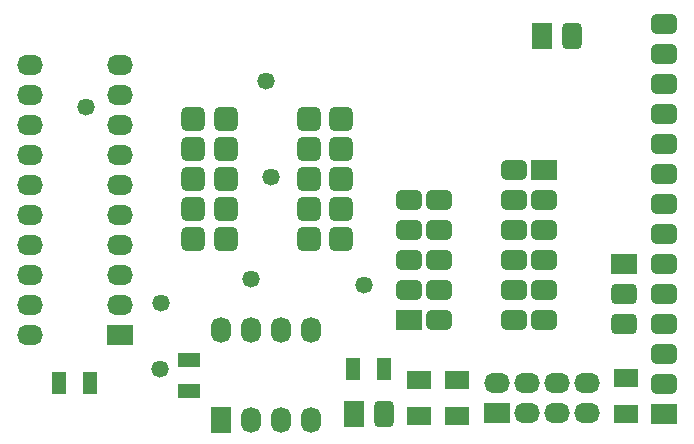
<source format=gts>
G04 Layer_Color=20142*
%FSLAX42Y42*%
%MOMM*%
G71*
G01*
G75*
%ADD35R,1.30X1.90*%
%ADD36R,2.10X1.65*%
%ADD37R,1.90X1.30*%
G04:AMPARAMS|DCode=38|XSize=1.73mm|YSize=2.24mm|CornerRadius=0.48mm|HoleSize=0mm|Usage=FLASHONLY|Rotation=0.000|XOffset=0mm|YOffset=0mm|HoleType=Round|Shape=RoundedRectangle|*
%AMROUNDEDRECTD38*
21,1,1.73,1.27,0,0,0.0*
21,1,0.76,2.24,0,0,0.0*
1,1,0.97,0.38,-0.64*
1,1,0.97,-0.38,-0.64*
1,1,0.97,-0.38,0.64*
1,1,0.97,0.38,0.64*
%
%ADD38ROUNDEDRECTD38*%
%ADD39R,1.73X2.24*%
G04:AMPARAMS|DCode=40|XSize=1.73mm|YSize=2.2mm|CornerRadius=0.48mm|HoleSize=0mm|Usage=FLASHONLY|Rotation=90.000|XOffset=0mm|YOffset=0mm|HoleType=Round|Shape=RoundedRectangle|*
%AMROUNDEDRECTD40*
21,1,1.73,1.24,0,0,90.0*
21,1,0.76,2.20,0,0,90.0*
1,1,0.97,0.62,0.38*
1,1,0.97,0.62,-0.38*
1,1,0.97,-0.62,-0.38*
1,1,0.97,-0.62,0.38*
%
%ADD40ROUNDEDRECTD40*%
%ADD41R,2.20X1.73*%
%ADD42O,2.20X1.70*%
%ADD43R,2.20X1.70*%
G04:AMPARAMS|DCode=44|XSize=1.73mm|YSize=2.24mm|CornerRadius=0.48mm|HoleSize=0mm|Usage=FLASHONLY|Rotation=270.000|XOffset=0mm|YOffset=0mm|HoleType=Round|Shape=RoundedRectangle|*
%AMROUNDEDRECTD44*
21,1,1.73,1.27,0,0,270.0*
21,1,0.76,2.24,0,0,270.0*
1,1,0.97,-0.64,-0.38*
1,1,0.97,-0.64,0.38*
1,1,0.97,0.64,0.38*
1,1,0.97,0.64,-0.38*
%
%ADD44ROUNDEDRECTD44*%
%ADD45R,2.24X1.73*%
%ADD46O,2.20X1.73*%
%ADD47R,2.20X1.73*%
%ADD48O,1.70X2.20*%
%ADD49R,1.70X2.20*%
G04:AMPARAMS|DCode=50|XSize=2.08mm|YSize=2.08mm|CornerRadius=0.57mm|HoleSize=0mm|Usage=FLASHONLY|Rotation=270.000|XOffset=0mm|YOffset=0mm|HoleType=Round|Shape=RoundedRectangle|*
%AMROUNDEDRECTD50*
21,1,2.08,0.94,0,0,270.0*
21,1,0.94,2.08,0,0,270.0*
1,1,1.14,-0.47,-0.47*
1,1,1.14,-0.47,0.47*
1,1,1.14,0.47,0.47*
1,1,1.14,0.47,-0.47*
%
%ADD50ROUNDEDRECTD50*%
%ADD51C,1.47*%
D35*
X3172Y597D02*
D03*
X3432D02*
D03*
X943Y483D02*
D03*
X683D02*
D03*
D36*
X4051Y203D02*
D03*
Y508D02*
D03*
X3732Y508D02*
D03*
Y203D02*
D03*
X5486Y216D02*
D03*
Y521D02*
D03*
D37*
X1778Y676D02*
D03*
Y416D02*
D03*
D38*
X3429Y216D02*
D03*
X5029Y3416D02*
D03*
D39*
X3175Y216D02*
D03*
X4775Y3416D02*
D03*
D40*
X5804Y1486D02*
D03*
Y1232D02*
D03*
Y470D02*
D03*
Y724D02*
D03*
Y978D02*
D03*
Y2248D02*
D03*
Y1994D02*
D03*
Y1740D02*
D03*
Y2502D02*
D03*
Y2756D02*
D03*
Y3518D02*
D03*
Y3264D02*
D03*
Y3010D02*
D03*
X3899Y1778D02*
D03*
Y1524D02*
D03*
X3645Y1778D02*
D03*
Y1524D02*
D03*
X3899Y1270D02*
D03*
Y1016D02*
D03*
X3645Y1270D02*
D03*
Y2032D02*
D03*
X3899D02*
D03*
X4534Y1524D02*
D03*
Y1778D02*
D03*
X4788Y1524D02*
D03*
Y1778D02*
D03*
X4534Y2032D02*
D03*
Y2286D02*
D03*
X4788Y2032D02*
D03*
Y1270D02*
D03*
Y1016D02*
D03*
X4534Y1270D02*
D03*
Y1016D02*
D03*
D41*
X5804Y216D02*
D03*
X3645Y1016D02*
D03*
X4788Y2286D02*
D03*
D42*
X432Y3175D02*
D03*
Y2921D02*
D03*
Y2667D02*
D03*
Y2413D02*
D03*
Y2159D02*
D03*
Y1905D02*
D03*
Y1651D02*
D03*
Y1397D02*
D03*
Y1143D02*
D03*
Y889D02*
D03*
X1194Y3175D02*
D03*
Y2921D02*
D03*
Y2667D02*
D03*
Y2413D02*
D03*
Y2159D02*
D03*
Y1905D02*
D03*
Y1651D02*
D03*
Y1397D02*
D03*
Y1143D02*
D03*
D43*
Y889D02*
D03*
D44*
X5461Y978D02*
D03*
Y1232D02*
D03*
D45*
Y1486D02*
D03*
D46*
X5156Y485D02*
D03*
Y231D02*
D03*
X4902Y485D02*
D03*
Y231D02*
D03*
X4648Y485D02*
D03*
Y231D02*
D03*
X4394Y485D02*
D03*
D47*
Y231D02*
D03*
D48*
X2819Y927D02*
D03*
X2565D02*
D03*
X2311D02*
D03*
X2057D02*
D03*
X2819Y165D02*
D03*
X2565D02*
D03*
X2311D02*
D03*
D49*
X2057D02*
D03*
D50*
X1816Y2718D02*
D03*
X2096D02*
D03*
X1816Y2464D02*
D03*
X2096D02*
D03*
X1816Y2210D02*
D03*
X2096D02*
D03*
X1816Y1956D02*
D03*
X2096D02*
D03*
X1816Y1702D02*
D03*
X2096D02*
D03*
X3073D02*
D03*
X2794D02*
D03*
X3073Y1956D02*
D03*
X2794D02*
D03*
X3073Y2210D02*
D03*
X2794D02*
D03*
X3073Y2464D02*
D03*
X2794D02*
D03*
X3073Y2718D02*
D03*
X2794D02*
D03*
D51*
X914Y2819D02*
D03*
X2476Y2223D02*
D03*
X1549Y1156D02*
D03*
X3264Y1308D02*
D03*
X1537Y597D02*
D03*
X2311Y1359D02*
D03*
X2438Y3035D02*
D03*
M02*

</source>
